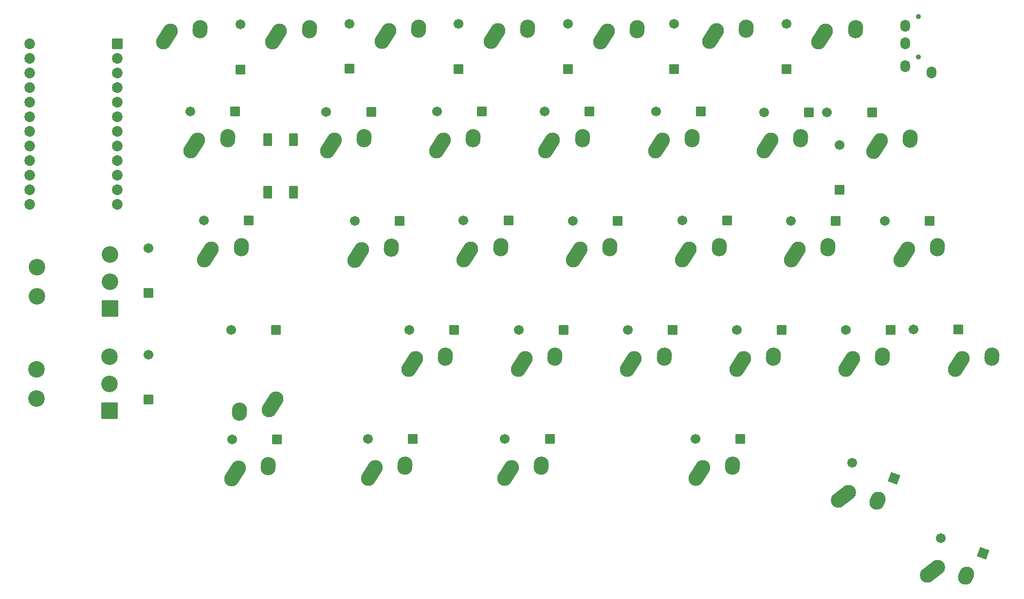
<source format=gbs>
G04 #@! TF.GenerationSoftware,KiCad,Pcbnew,(6.0.10-0)*
G04 #@! TF.CreationDate,2022-12-24T00:39:51-08:00*
G04 #@! TF.ProjectId,left,6c656674-2e6b-4696-9361-645f70636258,rev?*
G04 #@! TF.SameCoordinates,Original*
G04 #@! TF.FileFunction,Soldermask,Bot*
G04 #@! TF.FilePolarity,Negative*
%FSLAX46Y46*%
G04 Gerber Fmt 4.6, Leading zero omitted, Abs format (unit mm)*
G04 Created by KiCad (PCBNEW (6.0.10-0)) date 2022-12-24 00:39:51*
%MOMM*%
%LPD*%
G01*
G04 APERTURE LIST*
G04 Aperture macros list*
%AMRoundRect*
0 Rectangle with rounded corners*
0 $1 Rounding radius*
0 $2 $3 $4 $5 $6 $7 $8 $9 X,Y pos of 4 corners*
0 Add a 4 corners polygon primitive as box body*
4,1,4,$2,$3,$4,$5,$6,$7,$8,$9,$2,$3,0*
0 Add four circle primitives for the rounded corners*
1,1,$1+$1,$2,$3*
1,1,$1+$1,$4,$5*
1,1,$1+$1,$6,$7*
1,1,$1+$1,$8,$9*
0 Add four rect primitives between the rounded corners*
20,1,$1+$1,$2,$3,$4,$5,0*
20,1,$1+$1,$4,$5,$6,$7,0*
20,1,$1+$1,$6,$7,$8,$9,0*
20,1,$1+$1,$8,$9,$2,$3,0*%
%AMHorizOval*
0 Thick line with rounded ends*
0 $1 width*
0 $2 $3 position (X,Y) of the first rounded end (center of the circle)*
0 $4 $5 position (X,Y) of the second rounded end (center of the circle)*
0 Add line between two ends*
20,1,$1,$2,$3,$4,$5,0*
0 Add two circle primitives to create the rounded ends*
1,1,$1,$2,$3*
1,1,$1,$4,$5*%
G04 Aperture macros list end*
%ADD10RoundRect,0.051000X-0.876300X0.876300X-0.876300X-0.876300X0.876300X-0.876300X0.876300X0.876300X0*%
%ADD11C,1.854600*%
%ADD12RoundRect,0.051000X0.800000X-0.800000X0.800000X0.800000X-0.800000X0.800000X-0.800000X-0.800000X0*%
%ADD13C,1.702000*%
%ADD14RoundRect,0.051000X0.800000X0.800000X-0.800000X0.800000X-0.800000X-0.800000X0.800000X-0.800000X0*%
%ADD15RoundRect,0.051000X1.025370X0.478138X-0.478138X1.025370X-1.025370X-0.478138X0.478138X-1.025370X0*%
%ADD16HorizOval,2.602000X-0.604462X-0.948815X0.604462X0.948815X0*%
%ADD17HorizOval,2.602000X-0.019724X-0.289328X0.019724X0.289328X0*%
%ADD18HorizOval,2.602000X0.604462X0.948815X-0.604462X-0.948815X0*%
%ADD19HorizOval,2.602000X0.019724X0.289328X-0.019724X-0.289328X0*%
%ADD20HorizOval,2.602000X-0.892523X-0.684857X0.892523X0.684857X0*%
%ADD21HorizOval,2.602000X-0.117491X-0.265134X0.117491X0.265134X0*%
%ADD22RoundRect,0.051000X1.387500X-1.387500X1.387500X1.387500X-1.387500X1.387500X-1.387500X-1.387500X0*%
%ADD23C,2.877000*%
%ADD24C,0.902000*%
%ADD25O,1.702000X2.102000*%
%ADD26RoundRect,0.051000X0.700000X1.050000X-0.700000X1.050000X-0.700000X-1.050000X0.700000X-1.050000X0*%
G04 APERTURE END LIST*
D10*
X54620000Y-37016750D03*
D11*
X54620000Y-39556750D03*
X54620000Y-42096750D03*
X54620000Y-44636750D03*
X54620000Y-47176750D03*
X54620000Y-49716750D03*
X54620000Y-52256750D03*
X54620000Y-54796750D03*
X54620000Y-57336750D03*
X54620000Y-59876750D03*
X54620000Y-62416750D03*
X54620000Y-64956750D03*
X39380000Y-64956750D03*
X39380000Y-62416750D03*
X39380000Y-59876750D03*
X39380000Y-57336750D03*
X39380000Y-54796750D03*
X39380000Y-52256750D03*
X39380000Y-49716750D03*
X39380000Y-47176750D03*
X39380000Y-44636750D03*
X39380000Y-42096750D03*
X39380000Y-39556750D03*
X39380000Y-37016750D03*
D12*
X76000000Y-41475000D03*
D13*
X76000000Y-33675000D03*
D12*
X95000000Y-41325000D03*
D13*
X95000000Y-33525000D03*
D12*
X114000000Y-41400000D03*
D13*
X114000000Y-33600000D03*
D14*
X75100000Y-48800000D03*
D13*
X67300000Y-48800000D03*
D14*
X77500000Y-67800000D03*
D13*
X69700000Y-67800000D03*
D14*
X82250000Y-86825000D03*
D13*
X74450000Y-86825000D03*
D14*
X82425000Y-105850000D03*
D13*
X74625000Y-105850000D03*
D14*
X103725000Y-67850000D03*
D13*
X95925000Y-67850000D03*
D14*
X106025000Y-105775000D03*
D13*
X98225000Y-105775000D03*
D14*
X118025000Y-48825000D03*
D13*
X110225000Y-48825000D03*
D14*
X122650000Y-67800000D03*
D13*
X114850000Y-67800000D03*
D14*
X132250000Y-86825000D03*
D13*
X124450000Y-86825000D03*
D14*
X129850000Y-105800000D03*
D13*
X122050000Y-105800000D03*
D12*
X133000000Y-41400000D03*
D13*
X133000000Y-33600000D03*
D14*
X136775000Y-48800000D03*
D13*
X128975000Y-48800000D03*
D14*
X141625000Y-67825000D03*
D13*
X133825000Y-67825000D03*
D14*
X151200000Y-86850000D03*
D13*
X143400000Y-86850000D03*
D14*
X163000000Y-105800000D03*
D13*
X155200000Y-105800000D03*
D12*
X151500000Y-41400000D03*
D13*
X151500000Y-33600000D03*
D14*
X156125000Y-48825000D03*
D13*
X148325000Y-48825000D03*
D14*
X160675000Y-67775000D03*
D13*
X152875000Y-67775000D03*
D14*
X170175000Y-86850000D03*
D13*
X162375000Y-86850000D03*
D12*
X171000000Y-41400000D03*
D13*
X171000000Y-33600000D03*
D14*
X174900000Y-49000000D03*
D13*
X167100000Y-49000000D03*
D14*
X179600000Y-67825000D03*
D13*
X171800000Y-67825000D03*
D14*
X189125000Y-86850000D03*
D13*
X181325000Y-86850000D03*
D15*
X205214801Y-125708879D03*
D13*
X197885199Y-123041121D03*
D14*
X185900000Y-49000000D03*
D13*
X178100000Y-49000000D03*
D12*
X180280000Y-62400000D03*
D13*
X180280000Y-54600000D03*
D14*
X195900000Y-67825000D03*
D13*
X188100000Y-67825000D03*
D16*
X63270000Y-35730000D03*
D17*
X69045000Y-34460000D03*
D16*
X82245000Y-35730000D03*
D17*
X88020000Y-34460000D03*
D16*
X101270000Y-35705000D03*
D17*
X107045000Y-34435000D03*
D16*
X68020000Y-54705000D03*
D17*
X73795000Y-53435000D03*
D16*
X70395000Y-73705000D03*
D17*
X76170000Y-72435000D03*
D18*
X81655000Y-99745000D03*
D19*
X75880000Y-101015000D03*
D16*
X75095000Y-111755000D03*
D17*
X80870000Y-110485000D03*
D16*
X91745000Y-54755000D03*
D17*
X97520000Y-53485000D03*
D16*
X96495000Y-73755000D03*
D17*
X102270000Y-72485000D03*
D16*
X105945000Y-92730000D03*
D17*
X111720000Y-91460000D03*
D16*
X98870000Y-111705000D03*
D17*
X104645000Y-110435000D03*
D16*
X110745000Y-54705000D03*
D17*
X116520000Y-53435000D03*
D16*
X115520000Y-73705000D03*
D17*
X121295000Y-72435000D03*
D16*
X124970000Y-92730000D03*
D17*
X130745000Y-91460000D03*
D16*
X122620000Y-111730000D03*
D17*
X128395000Y-110460000D03*
D16*
X120220000Y-35705000D03*
D17*
X125995000Y-34435000D03*
D16*
X129745000Y-54730000D03*
D17*
X135520000Y-53460000D03*
D16*
X134545000Y-73730000D03*
D17*
X140320000Y-72460000D03*
D16*
X143970000Y-92755000D03*
D17*
X149745000Y-91485000D03*
D16*
X155870000Y-111730000D03*
D17*
X161645000Y-110460000D03*
D16*
X139245000Y-35730000D03*
D17*
X145020000Y-34460000D03*
D16*
X148845000Y-54730000D03*
D17*
X154620000Y-53460000D03*
D16*
X153545000Y-73680000D03*
D17*
X159320000Y-72410000D03*
D16*
X162970000Y-92755000D03*
D17*
X168745000Y-91485000D03*
D16*
X158220000Y-35705000D03*
D17*
X163995000Y-34435000D03*
D16*
X167745000Y-54730000D03*
D17*
X173520000Y-53460000D03*
D16*
X172495000Y-73730000D03*
D17*
X178270000Y-72460000D03*
D16*
X181970000Y-92755000D03*
D17*
X187745000Y-91485000D03*
D16*
X177245000Y-35730000D03*
D17*
X183020000Y-34460000D03*
D16*
X186745000Y-54780000D03*
D17*
X192520000Y-53510000D03*
D16*
X191495000Y-73705000D03*
D17*
X197270000Y-72435000D03*
D16*
X201020000Y-92705000D03*
D17*
X206795000Y-91435000D03*
D20*
X180970211Y-115729006D03*
D21*
X186831302Y-116510763D03*
D20*
X196420211Y-128804006D03*
D21*
X202281302Y-129585763D03*
D14*
X113225000Y-86825000D03*
D13*
X105425000Y-86825000D03*
D14*
X98775000Y-48850000D03*
D13*
X90975000Y-48850000D03*
D14*
X200900000Y-86725000D03*
D13*
X193100000Y-86725000D03*
D15*
X189764801Y-112633879D03*
D13*
X182435199Y-109966121D03*
D12*
X60000000Y-80400000D03*
D13*
X60000000Y-72600000D03*
D22*
X53340000Y-83102500D03*
D23*
X53340000Y-78402500D03*
X53340000Y-73702500D03*
X40640000Y-80942500D03*
X40640000Y-75862500D03*
D12*
X60000000Y-98900000D03*
D13*
X60000000Y-91100000D03*
D22*
X53286250Y-100882500D03*
D23*
X53286250Y-96182500D03*
X53286250Y-91482500D03*
X40586250Y-98722500D03*
X40586250Y-93642500D03*
D24*
X194000000Y-32327500D03*
X194000000Y-39327500D03*
D25*
X196300000Y-42027500D03*
X191700000Y-40927500D03*
X191700000Y-36927500D03*
X191700000Y-33927500D03*
D26*
X80750000Y-53750000D03*
X80750000Y-62850000D03*
X85250000Y-53750000D03*
X85250000Y-62850000D03*
M02*

</source>
